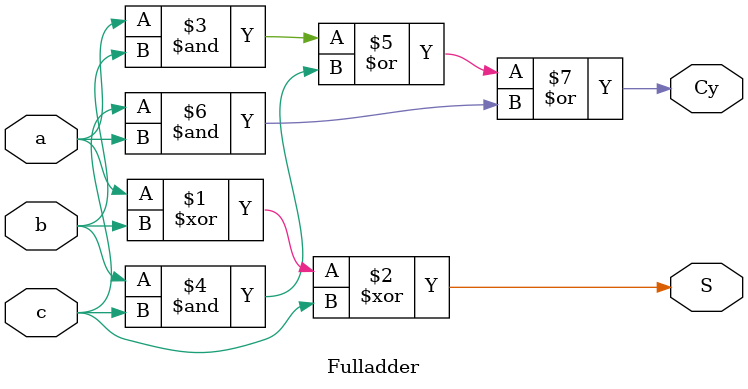
<source format=v>
module Fulladder (S,Cy,a,b,c);
    input a,b,c;
    output S,Cy;

    assign S = a^b^c;
    assign Cy = (a & b) | (b & c) | (c & a);
    
endmodule
</source>
